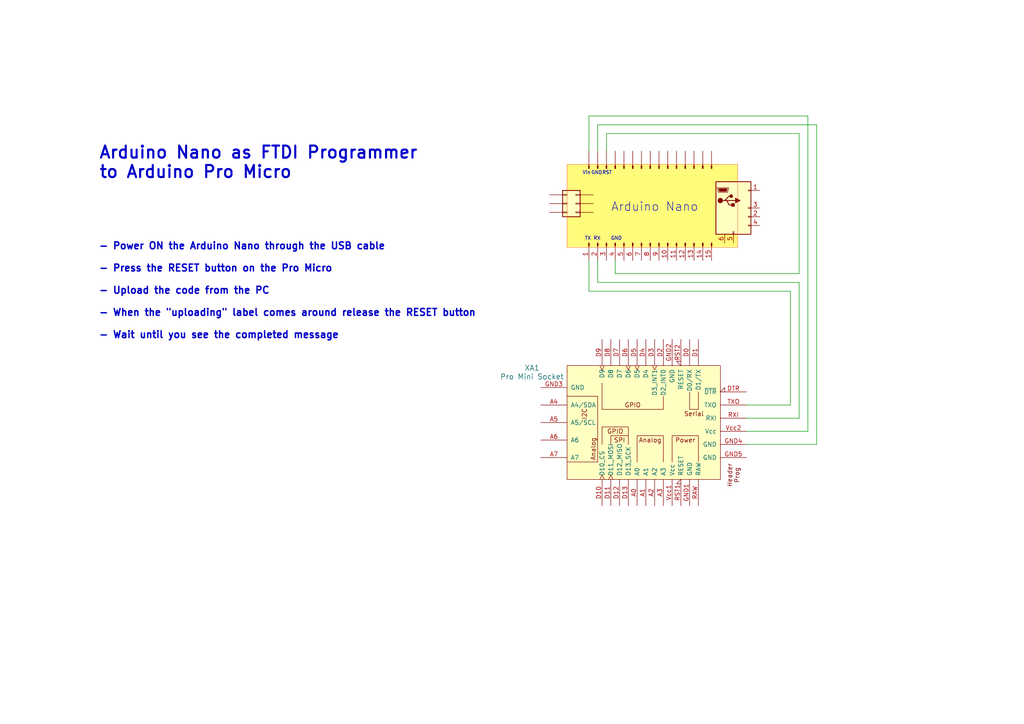
<source format=kicad_sch>
(kicad_sch (version 20230121) (generator eeschema)
  (paper "A4")
  (title_block (title "Arduino Nano programmer -> Arduino Pro Micro") (date "2023-03-22") (rev "1.0") (company "Ben") (comment 2 "    to program Arduino Pro Micro") (comment 3 "  ") (comment 4 "Use Arduino Nano as FTDI programmer"))
  (lib_symbols
    (symbol "Conn_01x15_Pin_1" (pin_numbers hide) (pin_names (offset 1.016) hide)
      (property "Reference" "J" (at 0 20.32 0))
      (property "Value" "Conn_01x15_Pin" (at 0 -20.32 0))
      (symbol "Conn_01x15_Pin_1_1_1"
        (polyline (pts (xy 1.27 -17.78) (xy 0.8636 -17.78)) (stroke (width 0.1524)))
        (polyline (pts (xy 1.27 -15.24) (xy 0.8636 -15.24)) (stroke (width 0.1524)))
        (polyline (pts (xy 1.27 -12.7) (xy 0.8636 -12.7)) (stroke (width 0.1524)))
        (polyline (pts (xy 1.27 -10.16) (xy 0.8636 -10.16)) (stroke (width 0.1524)))
        (polyline (pts (xy 1.27 -7.62) (xy 0.8636 -7.62)) (stroke (width 0.1524)))
        (polyline (pts (xy 1.27 -5.08) (xy 0.8636 -5.08)) (stroke (width 0.1524)))
        (polyline (pts (xy 1.27 -2.54) (xy 0.8636 -2.54)) (stroke (width 0.1524)))
        (polyline (pts (xy 1.27 0) (xy 0.8636 0)) (stroke (width 0.1524)))
        (polyline (pts (xy 1.27 2.54) (xy 0.8636 2.54)) (stroke (width 0.1524)))
        (polyline (pts (xy 1.27 5.08) (xy 0.8636 5.08)) (stroke (width 0.1524)))
        (polyline (pts (xy 1.27 7.62) (xy 0.8636 7.62)) (stroke (width 0.1524)))
        (polyline (pts (xy 1.27 10.16) (xy 0.8636 10.16)) (stroke (width 0.1524)))
        (polyline (pts (xy 1.27 12.7) (xy 0.8636 12.7)) (stroke (width 0.1524)))
        (polyline (pts (xy 1.27 15.24) (xy 0.8636 15.24)) (stroke (width 0.1524)))
        (polyline (pts (xy 1.27 17.78) (xy 0.8636 17.78)) (stroke (width 0.1524)))
        (rectangle (start 0.8636 -17.653) (end 0 -17.907) (stroke (width 0.1524)) (fill (type outline)))
        (rectangle (start 0.8636 -15.113) (end 0 -15.367) (stroke (width 0.1524)) (fill (type outline)))
        (rectangle (start 0.8636 -12.573) (end 0 -12.827) (stroke (width 0.1524)) (fill (type outline)))
        (rectangle (start 0.8636 -10.033) (end 0 -10.287) (stroke (width 0.1524)) (fill (type outline)))
        (rectangle (start 0.8636 -7.493) (end 0 -7.747) (stroke (width 0.1524)) (fill (type outline)))
        (rectangle (start 0.8636 -4.953) (end 0 -5.207) (stroke (width 0.1524)) (fill (type outline)))
        (rectangle (start 0.8636 -2.413) (end 0 -2.667) (stroke (width 0.1524)) (fill (type outline)))
        (rectangle (start 0.8636 0.127) (end 0 -0.127) (stroke (width 0.1524)) (fill (type outline)))
        (rectangle (start 0.8636 2.667) (end 0 2.413) (stroke (width 0.1524)) (fill (type outline)))
        (rectangle (start 0.8636 5.207) (end 0 4.953) (stroke (width 0.1524)) (fill (type outline)))
        (rectangle (start 0.8636 7.747) (end 0 7.493) (stroke (width 0.1524)) (fill (type outline)))
        (rectangle (start 0.8636 10.287) (end 0 10.033) (stroke (width 0.1524)) (fill (type outline)))
        (rectangle (start 0.8636 12.827) (end 0 12.573) (stroke (width 0.1524)) (fill (type outline)))
        (rectangle (start 0.8636 15.367) (end 0 15.113) (stroke (width 0.1524)) (fill (type outline)))
        (rectangle (start 0.8636 17.907) (end 0 17.653) (stroke (width 0.1524)) (fill (type outline)))
        (pin passive line (at 5.08 17.78 180) (length 3.81) (name "Pin_1") (number "1"))
        (pin passive line (at 5.08 -5.08 180) (length 3.81) (name "Pin_10") (number "10"))
        (pin passive line (at 5.08 -7.62 180) (length 3.81) (name "Pin_11") (number "11"))
        (pin passive line (at 5.08 -10.16 180) (length 3.81) (name "Pin_12") (number "12"))
        (pin passive line (at 5.08 -12.7 180) (length 3.81) (name "Pin_13") (number "13"))
        (pin passive line (at 5.08 -15.24 180) (length 3.81) (name "Pin_14") (number "14"))
        (pin passive line (at 5.08 -17.78 180) (length 3.81) (name "Pin_15") (number "15"))
        (pin passive line (at 5.08 15.24 180) (length 3.81) (name "Pin_2") (number "2"))
        (pin passive line (at 5.08 12.7 180) (length 3.81) (name "Pin_3") (number "3"))
        (pin passive line (at 5.08 10.16 180) (length 3.81) (name "Pin_4") (number "4"))
        (pin passive line (at 5.08 7.62 180) (length 3.81) (name "Pin_5") (number "5"))
        (pin passive line (at 5.08 5.08 180) (length 3.81) (name "Pin_6") (number "6"))
        (pin passive line (at 5.08 2.54 180) (length 3.81) (name "Pin_7") (number "7"))
        (pin passive line (at 5.08 0 180) (length 3.81) (name "Pin_8") (number "8"))
        (pin passive line (at 5.08 -2.54 180) (length 3.81) (name "Pin_9") (number "9"))
      )
    )
    (symbol "Connector:Conn_01x15_Pin" (pin_names (offset 1.016) hide)
      (property "Reference" "J" (at 0 20.32 0))
      (property "Value" "Conn_01x15_Pin" (at 0 -20.32 0))
      (symbol "Conn_01x15_Pin_1_1"
        (polyline (pts (xy 1.27 -17.78) (xy 0.8636 -17.78)) (stroke (width 0.1524)))
        (polyline (pts (xy 1.27 -15.24) (xy 0.8636 -15.24)) (stroke (width 0.1524)))
        (polyline (pts (xy 1.27 -12.7) (xy 0.8636 -12.7)) (stroke (width 0.1524)))
        (polyline (pts (xy 1.27 -10.16) (xy 0.8636 -10.16)) (stroke (width 0.1524)))
        (polyline (pts (xy 1.27 -7.62) (xy 0.8636 -7.62)) (stroke (width 0.1524)))
        (polyline (pts (xy 1.27 -5.08) (xy 0.8636 -5.08)) (stroke (width 0.1524)))
        (polyline (pts (xy 1.27 -2.54) (xy 0.8636 -2.54)) (stroke (width 0.1524)))
        (polyline (pts (xy 1.27 0) (xy 0.8636 0)) (stroke (width 0.1524)))
        (polyline (pts (xy 1.27 2.54) (xy 0.8636 2.54)) (stroke (width 0.1524)))
        (polyline (pts (xy 1.27 5.08) (xy 0.8636 5.08)) (stroke (width 0.1524)))
        (polyline (pts (xy 1.27 7.62) (xy 0.8636 7.62)) (stroke (width 0.1524)))
        (polyline (pts (xy 1.27 10.16) (xy 0.8636 10.16)) (stroke (width 0.1524)))
        (polyline (pts (xy 1.27 12.7) (xy 0.8636 12.7)) (stroke (width 0.1524)))
        (polyline (pts (xy 1.27 15.24) (xy 0.8636 15.24)) (stroke (width 0.1524)))
        (polyline (pts (xy 1.27 17.78) (xy 0.8636 17.78)) (stroke (width 0.1524)))
        (rectangle (start 0.8636 -17.653) (end 0 -17.907) (stroke (width 0.1524)) (fill (type outline)))
        (rectangle (start 0.8636 -15.113) (end 0 -15.367) (stroke (width 0.1524)) (fill (type outline)))
        (rectangle (start 0.8636 -12.573) (end 0 -12.827) (stroke (width 0.1524)) (fill (type outline)))
        (rectangle (start 0.8636 -10.033) (end 0 -10.287) (stroke (width 0.1524)) (fill (type outline)))
        (rectangle (start 0.8636 -7.493) (end 0 -7.747) (stroke (width 0.1524)) (fill (type outline)))
        (rectangle (start 0.8636 -4.953) (end 0 -5.207) (stroke (width 0.1524)) (fill (type outline)))
        (rectangle (start 0.8636 -2.413) (end 0 -2.667) (stroke (width 0.1524)) (fill (type outline)))
        (rectangle (start 0.8636 0.127) (end 0 -0.127) (stroke (width 0.1524)) (fill (type outline)))
        (rectangle (start 0.8636 2.667) (end 0 2.413) (stroke (width 0.1524)) (fill (type outline)))
        (rectangle (start 0.8636 5.207) (end 0 4.953) (stroke (width 0.1524)) (fill (type outline)))
        (rectangle (start 0.8636 7.747) (end 0 7.493) (stroke (width 0.1524)) (fill (type outline)))
        (rectangle (start 0.8636 10.287) (end 0 10.033) (stroke (width 0.1524)) (fill (type outline)))
        (rectangle (start 0.8636 12.827) (end 0 12.573) (stroke (width 0.1524)) (fill (type outline)))
        (rectangle (start 0.8636 15.367) (end 0 15.113) (stroke (width 0.1524)) (fill (type outline)))
        (rectangle (start 0.8636 17.907) (end 0 17.653) (stroke (width 0.1524)) (fill (type outline)))
        (pin passive line (at 5.08 17.78 180) (length 3.81) (name "Pin_1") (number "1"))
        (pin passive line (at 5.08 -5.08 180) (length 3.81) (name "Pin_10") (number "10"))
        (pin passive line (at 5.08 -7.62 180) (length 3.81) (name "Pin_11") (number "11"))
        (pin passive line (at 5.08 -10.16 180) (length 3.81) (name "Pin_12") (number "12"))
        (pin passive line (at 5.08 -12.7 180) (length 3.81) (name "Pin_13") (number "13"))
        (pin passive line (at 5.08 -15.24 180) (length 3.81) (name "Pin_14") (number "14"))
        (pin passive line (at 5.08 -17.78 180) (length 3.81) (name "Pin_15") (number "15"))
        (pin passive line (at 5.08 15.24 180) (length 3.81) (name "Pin_2") (number "2"))
        (pin passive line (at 5.08 12.7 180) (length 3.81) (name "Pin_3") (number "3"))
        (pin passive line (at 5.08 10.16 180) (length 3.81) (name "Pin_4") (number "4"))
        (pin passive line (at 5.08 7.62 180) (length 3.81) (name "Pin_5") (number "5"))
        (pin passive line (at 5.08 5.08 180) (length 3.81) (name "Pin_6") (number "6"))
        (pin passive line (at 5.08 2.54 180) (length 3.81) (name "Pin_7") (number "7"))
        (pin passive line (at 5.08 0 180) (length 3.81) (name "Pin_8") (number "8"))
        (pin passive line (at 5.08 -2.54 180) (length 3.81) (name "Pin_9") (number "9"))
      )
    )
    (symbol "Connector:USB_B_Mini" (pin_names (offset 1.016) hide)
      (property "Reference" "J" (at -5.08 11.43 0))
      (property "Value" "USB_B_Mini" (at -5.08 8.89 0))
      (symbol "USB_B_Mini_0_1"
        (rectangle (start -5.08 -7.62) (end 5.08 7.62) (stroke (width 0.254)) (fill (type background)))
        (circle (center -3.81 2.159) (radius 0.635) (stroke (width 0.254)) (fill (type outline)))
        (circle (center -0.635 3.429) (radius 0.381) (stroke (width 0.254)) (fill (type outline)))
        (rectangle (start -0.127 -7.62) (end 0.127 -6.858))
        (polyline (pts (xy -1.905 2.159) (xy 0.635 2.159)) (stroke (width 0.254)))
        (polyline (pts (xy -3.175 2.159) (xy -2.54 2.159) (xy -1.27 3.429) (xy -0.635 3.429)) (stroke (width 0.254)))
        (polyline (pts (xy -2.54 2.159) (xy -1.905 2.159) (xy -1.27 0.889) (xy 0 0.889)) (stroke (width 0.254)))
        (polyline (pts (xy 0.635 2.794) (xy 0.635 1.524) (xy 1.905 2.159) (xy 0.635 2.794)) (stroke (width 0.254)) (fill (type outline)))
        (polyline (pts (xy -4.318 5.588) (xy -1.778 5.588) (xy -2.032 4.826) (xy -4.064 4.826) (xy -4.318 5.588)) (fill (type outline)))
        (polyline (pts (xy -4.699 5.842) (xy -4.699 5.588) (xy -4.445 4.826) (xy -4.445 4.572) (xy -1.651 4.572) (xy -1.651 4.826) (xy -1.397 5.588) (xy -1.397 5.842) (xy -4.699 5.842)))
        (rectangle (start 0.254 1.27) (end -0.508 0.508) (stroke (width 0.254)) (fill (type outline)))
        (rectangle (start 5.08 -5.207) (end 4.318 -4.953))
        (rectangle (start 5.08 -2.667) (end 4.318 -2.413))
        (rectangle (start 5.08 -0.127) (end 4.318 0.127))
        (rectangle (start 5.08 4.953) (end 4.318 5.207))
      )
      (symbol "USB_B_Mini_1_1"
        (pin power_out line (at 7.62 5.08 180) (length 2.54) (name "VBUS") (number "1"))
        (pin bidirectional line (at 7.62 -2.54 180) (length 2.54) (name "D-") (number "2"))
        (pin bidirectional line (at 7.62 0 180) (length 2.54) (name "D+") (number "3"))
        (pin passive line (at 7.62 -5.08 180) (length 2.54) (name "ID") (number "4"))
        (pin power_out line (at 0 -10.16 90) (length 2.54) (name "GND") (number "5"))
        (pin passive line (at -2.54 -10.16 90) (length 2.54) (name "Shield") (number "6"))
      )
    )
    (symbol "Connector_Generic:Conn_02x03_Counter_Clockwise" (pin_numbers hide) (pin_names (offset 1.016) hide)
      (property "Reference" "J" (at 1.27 5.08 0))
      (property "Value" "Conn_02x03_Counter_Clockwise" (at 1.27 -5.08 0))
      (symbol "Conn_02x03_Counter_Clockwise_1_1"
        (rectangle (start -1.27 -2.413) (end 0 -2.667) (stroke (width 0.1524)))
        (rectangle (start -1.27 0.127) (end 0 -0.127) (stroke (width 0.1524)))
        (rectangle (start -1.27 2.667) (end 0 2.413) (stroke (width 0.1524)))
        (rectangle (start -1.27 3.81) (end 3.81 -3.81) (stroke (width 0.254)) (fill (type background)))
        (rectangle (start 3.81 -2.413) (end 2.54 -2.667) (stroke (width 0.1524)))
        (rectangle (start 3.81 0.127) (end 2.54 -0.127) (stroke (width 0.1524)))
        (rectangle (start 3.81 2.667) (end 2.54 2.413) (stroke (width 0.1524)))
        (pin passive line (at -5.08 2.54 0) (length 3.81) (name "Pin_1") (number "1"))
        (pin passive line (at -5.08 0 0) (length 3.81) (name "Pin_2") (number "2"))
        (pin passive line (at -5.08 -2.54 0) (length 3.81) (name "Pin_3") (number "3"))
        (pin passive line (at 7.62 -2.54 180) (length 3.81) (name "Pin_4") (number "4"))
        (pin passive line (at 7.62 0 180) (length 3.81) (name "Pin_5") (number "5"))
        (pin passive line (at 7.62 2.54 180) (length 3.81) (name "Pin_6") (number "6"))
      )
    )
    (symbol "ben:Pro_Mini_Socket" (pin_names (offset 1.016))
      (property "Reference" "XA" (at -19.05 36.83 0))
      (property "Value" "Pro Mini Socket" (at -22.86 33.02 0))
      (symbol "Pro_Mini_Socket_0_0"
        (rectangle (start -17.78 30.48) (end 15.24 -13.97) (fill (type background)))
        (polyline (pts (xy -10.16 24.13) (xy -5.08 24.13) (xy -5.08 21.59) (xy -10.16 21.59)))
        (polyline (pts (xy -8.89 -13.97) (xy -8.89 -5.08) (xy 10.16 -5.08) (xy 10.16 -13.97)))
        (polyline (pts (xy -8.89 13.97) (xy -5.08 13.97) (xy -5.08 -3.81) (xy -12.7 -3.81)))
        (polyline (pts (xy 2.54 3.81) (xy 0 3.81) (xy 0 -3.81) (xy 5.08 -3.81)))
        (polyline (pts (xy 5.08 3.81) (xy 2.54 3.81) (xy 2.54 -1.27) (xy 5.08 -1.27)))
        (polyline (pts (xy 10.16 13.97) (xy 2.54 13.97) (xy 2.54 6.35) (xy 10.16 6.35)))
        (polyline (pts (xy 10.16 24.13) (xy 2.54 24.13) (xy 2.54 16.51) (xy 10.16 16.51)))
      )
      (symbol "Pro_Mini_Socket_1_0"
        (text "Analog" (at 3.81 10.16 900) (effects (font (size 1.3 1.3))))
        (text "Analog" (at 6.35 -6.35 0) (effects (font (size 1.3 1.3))))
        (text "GPIO" (at -6.35 5.08 900) (effects (font (size 1.3 1.3))))
        (text "GPIO" (at 1.27 0 900) (effects (font (size 1.3 1.3))))
        (text "Header\nProg" (at 13.97 34.29 0) (effects (font (size 1.3 1.3))))
        (text "I2C" (at -3.81 -8.89 0) (effects (font (size 1.3 1.3))))
        (text "Power" (at 3.81 20.32 900) (effects (font (size 1.3 1.3))))
        (text "Serial" (at -3.81 22.86 900) (effects (font (size 1.3 1.3))))
        (text "SPI" (at 3.81 1.27 900) (effects (font (size 1.3 1.3))))
      )
      (symbol "Pro_Mini_Socket_1_1"
        (pin bidirectional line (at 22.86 6.35 180) (length 7.62) (name "A0") (number "A0"))
        (pin bidirectional line (at 22.86 8.89 180) (length 7.62) (name "A1") (number "A1"))
        (pin bidirectional line (at 22.86 11.43 180) (length 7.62) (name "A2") (number "A2"))
        (pin bidirectional line (at 22.86 13.97 180) (length 7.62) (name "A3") (number "A3"))
        (pin bidirectional line (at -6.35 -21.59 90) (length 7.62) (name "A4/SDA") (number "A4"))
        (pin bidirectional line (at -1.27 -21.59 90) (length 7.62) (name "A5/SCL") (number "A5"))
        (pin input line (at 3.81 -21.59 90) (length 7.62) (name "A6") (number "A6"))
        (pin input line (at 8.89 -21.59 90) (length 7.62) (name "A7") (number "A7"))
        (pin bidirectional line (at -25.4 21.59 0) (length 7.62) (name "D0/RX") (number "D0"))
        (pin bidirectional line (at -25.4 24.13 0) (length 7.62) (name "D1/TX") (number "D1"))
        (pin bidirectional clock (at 22.86 -3.81 180) (length 7.62) (name "D10_CS") (number "D10"))
        (pin bidirectional clock (at 22.86 -1.27 180) (length 7.62) (name "D11_MOSI") (number "D11"))
        (pin bidirectional line (at 22.86 1.27 180) (length 7.62) (name "D12_MISO") (number "D12"))
        (pin bidirectional line (at 22.86 3.81 180) (length 7.62) (name "D13_SCK") (number "D13"))
        (pin bidirectional line (at -25.4 13.97 0) (length 7.62) (name "D2_INT0") (number "D2"))
        (pin bidirectional clock (at -25.4 11.43 0) (length 7.62) (name "D3_INT1") (number "D3"))
        (pin bidirectional line (at -25.4 8.89 0) (length 7.62) (name "D4") (number "D4"))
        (pin bidirectional clock (at -25.4 6.35 0) (length 7.62) (name "D5") (number "D5"))
        (pin bidirectional clock (at -25.4 3.81 0) (length 7.62) (name "D6") (number "D6"))
        (pin bidirectional line (at -25.4 1.27 0) (length 7.62) (name "D7") (number "D7"))
        (pin bidirectional line (at -25.4 -1.27 0) (length 7.62) (name "D8") (number "D8"))
        (pin bidirectional clock (at -25.4 -3.81 0) (length 7.62) (name "D9") (number "D9"))
        (pin input input_low (at -10.16 38.1 270) (length 7.62) (name "~{DTR}") (number "DTR"))
        (pin power_in line (at 22.86 21.59 180) (length 7.62) (name "GND") (number "GND1"))
        (pin power_in line (at -25.4 16.51 0) (length 7.62) (name "GND") (number "GND2"))
        (pin power_in line (at -11.43 -21.59 90) (length 7.62) (name "GND") (number "GND3"))
        (pin power_in line (at 5.08 38.1 270) (length 7.62) (name "GND") (number "GND4"))
        (pin power_in line (at 8.89 38.1 270) (length 7.62) (name "GND") (number "GND5"))
        (pin power_in line (at 22.86 24.13 180) (length 7.62) (name "RAW") (number "RAW"))
        (pin open_collector input_low (at 22.86 19.05 180) (length 7.62) (name "RESET") (number "RST1"))
        (pin open_collector input_low (at -25.4 19.05 0) (length 7.62) (name "RESET") (number "RST2"))
        (pin input line (at -2.54 38.1 270) (length 7.62) (name "RXI") (number "RXI"))
        (pin output line (at -6.35 38.1 270) (length 7.62) (name "TXO") (number "TXO"))
        (pin power_in line (at 22.86 16.51 180) (length 7.62) (name "Vcc") (number "Vcc1"))
        (pin power_in line (at 1.27 38.1 270) (length 7.62) (name "Vcc") (number "Vcc2"))
      )
    )
  )
  (wire (pts (xy 173.355 75.565) (xy 173.355 81.915)))
  (wire (pts (xy 231.775 38.735) (xy 175.895 38.735)))
  (wire (pts (xy 170.815 75.565) (xy 170.815 84.455)))
  (wire (pts (xy 231.775 79.375) (xy 231.775 38.735)))
  (wire (pts (xy 229.235 84.455) (xy 229.235 117.475)))
  (wire (pts (xy 173.355 36.195) (xy 236.855 36.195)))
  (wire (pts (xy 236.855 36.195) (xy 236.855 128.905)))
  (wire (pts (xy 178.435 79.375) (xy 231.775 79.375)))
  (wire (pts (xy 231.775 121.285) (xy 216.535 121.285)))
  (wire (pts (xy 173.355 81.915) (xy 231.775 81.915)))
  (wire (pts (xy 178.435 75.565) (xy 178.435 79.375)))
  (wire (pts (xy 229.235 117.475) (xy 216.535 117.475)))
  (wire (pts (xy 234.315 125.095) (xy 216.535 125.095)))
  (wire (pts (xy 173.355 43.815) (xy 173.355 36.195)))
  (wire (pts (xy 234.315 33.655) (xy 234.315 125.095)))
  (wire (pts (xy 170.815 84.455) (xy 229.235 84.455)))
  (wire (pts (xy 231.775 81.915) (xy 231.775 121.285)))
  (wire (pts (xy 175.895 38.735) (xy 175.895 43.815)))
  (wire (pts (xy 170.815 43.815) (xy 170.815 33.655)))
  (wire (pts (xy 170.815 33.655) (xy 234.315 33.655)))
  (wire (pts (xy 236.855 128.905) (xy 216.535 128.905)))
  (rectangle (start 164.465 47.625) (end 213.995 71.755) (stroke (width 0.1) (color 255 71 37 1)) (fill (type color) (color 255 251 123 1)))
  (text "RST" (at 174.625 50.8 0) (effects (font (size 1 1)) (justify left bottom)))
  (text "Arduino Nano" (at 177.165 61.595 0) (effects (font (size 2.5 2.5)) (justify left bottom)))
  (text "GND" (at 177.165 69.85 0) (effects (font (size 1 1)) (justify left bottom)))
  (text "TX" (at 169.545 69.85 0) (effects (font (size 1 1)) (justify left bottom)))
  (text "- Power ON the Arduino Nano through the USB cable\n\n- Press the RESET button on the Pro Micro\n\n- Upload the code from the PC\n\n- When the \"uploading\" label comes around release the RESET button\n\n- Wait until you see the completed message" (at 28.575 98.425 0) (effects (font (size 2 2) (thickness 0.4) bold) (justify left bottom)))
  (text "Arduino Nano as FTDI Programmer\nto Arduino Pro Micro" (at 28.575 52.07 0) (effects (font (size 3.5 3.5) (thickness 0.6) bold) (justify left bottom)))
  (text "Vin" (at 168.91 50.8 0) (effects (font (size 1 1)) (justify left bottom)))
  (text "GND" (at 171.45 50.8 0) (effects (font (size 1 1)) (justify left bottom)))
  (text "RX" (at 172.085 69.85 0) (effects (font (size 1 1)) (justify left bottom)))
  (symbol (lib_id "Connector_Generic:Conn_02x03_Counter_Clockwise") (at 167.005 59.055 180) (unit 1)
    (property "Reference" "J4" (effects hide))
    (property "Value" "Conn_02x03_Counter_Clockwise" (effects hide))
  )
  (symbol (lib_name "Conn_01x15_Pin_1") (lib_id "Connector:Conn_01x15_Pin") (at 188.595 48.895 90) (unit 1)
    (property "Reference" "J3" (effects hide))
    (property "Value" "Conn_01x15_Pin" (effects hide))
  )
  (symbol (lib_id "ben:Pro_Mini_Socket") (at 178.435 123.825 270) (unit 1)
    (property "Reference" "XA1" (at 154.305 106.7053 90) (effects (font (size 1.524 1.524))))
    (property "Value" "Pro Mini Socket" (at 154.305 109.2453 90) (effects (font (size 1.524 1.524))))
    (property "Footprint" "Ben-library:Pro_Mini_Socket" (effects hide))
    (property "Datasheet" "Exact Layout pin to pin" (effects hide))
  )
  (symbol (lib_id "Connector:Conn_01x15_Pin") (at 188.595 70.485 90) (mirror x) (unit 1)
    (property "Reference" "J2" (effects hide))
    (property "Value" "Conn_01x15_Pin" (effects hide))
  )
  (symbol (lib_id "Connector:USB_B_Mini") (at 212.725 60.325 0) (unit 1)
    (property "Reference" "J1" (effects hide))
    (property "Value" "USB_B_Mini" (effects hide))
  )
)
</source>
